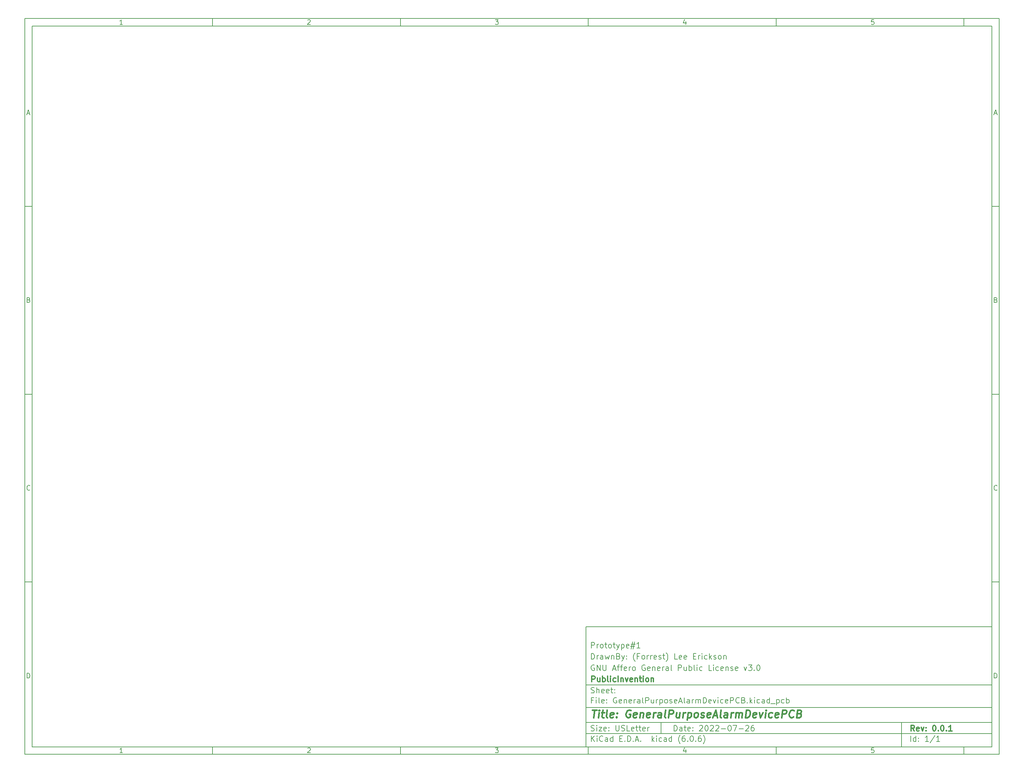
<source format=gbr>
%TF.GenerationSoftware,KiCad,Pcbnew,(6.0.6)*%
%TF.CreationDate,2022-08-04T15:50:23-04:00*%
%TF.ProjectId,GeneralPurposeAlarmDevicePCB,47656e65-7261-46c5-9075-72706f736541,0.0.1*%
%TF.SameCoordinates,Original*%
%TF.FileFunction,Paste,Bot*%
%TF.FilePolarity,Positive*%
%FSLAX46Y46*%
G04 Gerber Fmt 4.6, Leading zero omitted, Abs format (unit mm)*
G04 Created by KiCad (PCBNEW (6.0.6)) date 2022-08-04 15:50:23*
%MOMM*%
%LPD*%
G01*
G04 APERTURE LIST*
%ADD10C,0.100000*%
%ADD11C,0.150000*%
%ADD12C,0.300000*%
%ADD13C,0.400000*%
G04 APERTURE END LIST*
D10*
D11*
X159400000Y-171900000D02*
X159400000Y-203900000D01*
X267400000Y-203900000D01*
X267400000Y-171900000D01*
X159400000Y-171900000D01*
D10*
D11*
X10000000Y-10000000D02*
X10000000Y-205900000D01*
X269400000Y-205900000D01*
X269400000Y-10000000D01*
X10000000Y-10000000D01*
D10*
D11*
X12000000Y-12000000D02*
X12000000Y-203900000D01*
X267400000Y-203900000D01*
X267400000Y-12000000D01*
X12000000Y-12000000D01*
D10*
D11*
X60000000Y-12000000D02*
X60000000Y-10000000D01*
D10*
D11*
X110000000Y-12000000D02*
X110000000Y-10000000D01*
D10*
D11*
X160000000Y-12000000D02*
X160000000Y-10000000D01*
D10*
D11*
X210000000Y-12000000D02*
X210000000Y-10000000D01*
D10*
D11*
X260000000Y-12000000D02*
X260000000Y-10000000D01*
D10*
D11*
X36065476Y-11588095D02*
X35322619Y-11588095D01*
X35694047Y-11588095D02*
X35694047Y-10288095D01*
X35570238Y-10473809D01*
X35446428Y-10597619D01*
X35322619Y-10659523D01*
D10*
D11*
X85322619Y-10411904D02*
X85384523Y-10350000D01*
X85508333Y-10288095D01*
X85817857Y-10288095D01*
X85941666Y-10350000D01*
X86003571Y-10411904D01*
X86065476Y-10535714D01*
X86065476Y-10659523D01*
X86003571Y-10845238D01*
X85260714Y-11588095D01*
X86065476Y-11588095D01*
D10*
D11*
X135260714Y-10288095D02*
X136065476Y-10288095D01*
X135632142Y-10783333D01*
X135817857Y-10783333D01*
X135941666Y-10845238D01*
X136003571Y-10907142D01*
X136065476Y-11030952D01*
X136065476Y-11340476D01*
X136003571Y-11464285D01*
X135941666Y-11526190D01*
X135817857Y-11588095D01*
X135446428Y-11588095D01*
X135322619Y-11526190D01*
X135260714Y-11464285D01*
D10*
D11*
X185941666Y-10721428D02*
X185941666Y-11588095D01*
X185632142Y-10226190D02*
X185322619Y-11154761D01*
X186127380Y-11154761D01*
D10*
D11*
X236003571Y-10288095D02*
X235384523Y-10288095D01*
X235322619Y-10907142D01*
X235384523Y-10845238D01*
X235508333Y-10783333D01*
X235817857Y-10783333D01*
X235941666Y-10845238D01*
X236003571Y-10907142D01*
X236065476Y-11030952D01*
X236065476Y-11340476D01*
X236003571Y-11464285D01*
X235941666Y-11526190D01*
X235817857Y-11588095D01*
X235508333Y-11588095D01*
X235384523Y-11526190D01*
X235322619Y-11464285D01*
D10*
D11*
X60000000Y-203900000D02*
X60000000Y-205900000D01*
D10*
D11*
X110000000Y-203900000D02*
X110000000Y-205900000D01*
D10*
D11*
X160000000Y-203900000D02*
X160000000Y-205900000D01*
D10*
D11*
X210000000Y-203900000D02*
X210000000Y-205900000D01*
D10*
D11*
X260000000Y-203900000D02*
X260000000Y-205900000D01*
D10*
D11*
X36065476Y-205488095D02*
X35322619Y-205488095D01*
X35694047Y-205488095D02*
X35694047Y-204188095D01*
X35570238Y-204373809D01*
X35446428Y-204497619D01*
X35322619Y-204559523D01*
D10*
D11*
X85322619Y-204311904D02*
X85384523Y-204250000D01*
X85508333Y-204188095D01*
X85817857Y-204188095D01*
X85941666Y-204250000D01*
X86003571Y-204311904D01*
X86065476Y-204435714D01*
X86065476Y-204559523D01*
X86003571Y-204745238D01*
X85260714Y-205488095D01*
X86065476Y-205488095D01*
D10*
D11*
X135260714Y-204188095D02*
X136065476Y-204188095D01*
X135632142Y-204683333D01*
X135817857Y-204683333D01*
X135941666Y-204745238D01*
X136003571Y-204807142D01*
X136065476Y-204930952D01*
X136065476Y-205240476D01*
X136003571Y-205364285D01*
X135941666Y-205426190D01*
X135817857Y-205488095D01*
X135446428Y-205488095D01*
X135322619Y-205426190D01*
X135260714Y-205364285D01*
D10*
D11*
X185941666Y-204621428D02*
X185941666Y-205488095D01*
X185632142Y-204126190D02*
X185322619Y-205054761D01*
X186127380Y-205054761D01*
D10*
D11*
X236003571Y-204188095D02*
X235384523Y-204188095D01*
X235322619Y-204807142D01*
X235384523Y-204745238D01*
X235508333Y-204683333D01*
X235817857Y-204683333D01*
X235941666Y-204745238D01*
X236003571Y-204807142D01*
X236065476Y-204930952D01*
X236065476Y-205240476D01*
X236003571Y-205364285D01*
X235941666Y-205426190D01*
X235817857Y-205488095D01*
X235508333Y-205488095D01*
X235384523Y-205426190D01*
X235322619Y-205364285D01*
D10*
D11*
X10000000Y-60000000D02*
X12000000Y-60000000D01*
D10*
D11*
X10000000Y-110000000D02*
X12000000Y-110000000D01*
D10*
D11*
X10000000Y-160000000D02*
X12000000Y-160000000D01*
D10*
D11*
X10690476Y-35216666D02*
X11309523Y-35216666D01*
X10566666Y-35588095D02*
X11000000Y-34288095D01*
X11433333Y-35588095D01*
D10*
D11*
X11092857Y-84907142D02*
X11278571Y-84969047D01*
X11340476Y-85030952D01*
X11402380Y-85154761D01*
X11402380Y-85340476D01*
X11340476Y-85464285D01*
X11278571Y-85526190D01*
X11154761Y-85588095D01*
X10659523Y-85588095D01*
X10659523Y-84288095D01*
X11092857Y-84288095D01*
X11216666Y-84350000D01*
X11278571Y-84411904D01*
X11340476Y-84535714D01*
X11340476Y-84659523D01*
X11278571Y-84783333D01*
X11216666Y-84845238D01*
X11092857Y-84907142D01*
X10659523Y-84907142D01*
D10*
D11*
X11402380Y-135464285D02*
X11340476Y-135526190D01*
X11154761Y-135588095D01*
X11030952Y-135588095D01*
X10845238Y-135526190D01*
X10721428Y-135402380D01*
X10659523Y-135278571D01*
X10597619Y-135030952D01*
X10597619Y-134845238D01*
X10659523Y-134597619D01*
X10721428Y-134473809D01*
X10845238Y-134350000D01*
X11030952Y-134288095D01*
X11154761Y-134288095D01*
X11340476Y-134350000D01*
X11402380Y-134411904D01*
D10*
D11*
X10659523Y-185588095D02*
X10659523Y-184288095D01*
X10969047Y-184288095D01*
X11154761Y-184350000D01*
X11278571Y-184473809D01*
X11340476Y-184597619D01*
X11402380Y-184845238D01*
X11402380Y-185030952D01*
X11340476Y-185278571D01*
X11278571Y-185402380D01*
X11154761Y-185526190D01*
X10969047Y-185588095D01*
X10659523Y-185588095D01*
D10*
D11*
X269400000Y-60000000D02*
X267400000Y-60000000D01*
D10*
D11*
X269400000Y-110000000D02*
X267400000Y-110000000D01*
D10*
D11*
X269400000Y-160000000D02*
X267400000Y-160000000D01*
D10*
D11*
X268090476Y-35216666D02*
X268709523Y-35216666D01*
X267966666Y-35588095D02*
X268400000Y-34288095D01*
X268833333Y-35588095D01*
D10*
D11*
X268492857Y-84907142D02*
X268678571Y-84969047D01*
X268740476Y-85030952D01*
X268802380Y-85154761D01*
X268802380Y-85340476D01*
X268740476Y-85464285D01*
X268678571Y-85526190D01*
X268554761Y-85588095D01*
X268059523Y-85588095D01*
X268059523Y-84288095D01*
X268492857Y-84288095D01*
X268616666Y-84350000D01*
X268678571Y-84411904D01*
X268740476Y-84535714D01*
X268740476Y-84659523D01*
X268678571Y-84783333D01*
X268616666Y-84845238D01*
X268492857Y-84907142D01*
X268059523Y-84907142D01*
D10*
D11*
X268802380Y-135464285D02*
X268740476Y-135526190D01*
X268554761Y-135588095D01*
X268430952Y-135588095D01*
X268245238Y-135526190D01*
X268121428Y-135402380D01*
X268059523Y-135278571D01*
X267997619Y-135030952D01*
X267997619Y-134845238D01*
X268059523Y-134597619D01*
X268121428Y-134473809D01*
X268245238Y-134350000D01*
X268430952Y-134288095D01*
X268554761Y-134288095D01*
X268740476Y-134350000D01*
X268802380Y-134411904D01*
D10*
D11*
X268059523Y-185588095D02*
X268059523Y-184288095D01*
X268369047Y-184288095D01*
X268554761Y-184350000D01*
X268678571Y-184473809D01*
X268740476Y-184597619D01*
X268802380Y-184845238D01*
X268802380Y-185030952D01*
X268740476Y-185278571D01*
X268678571Y-185402380D01*
X268554761Y-185526190D01*
X268369047Y-185588095D01*
X268059523Y-185588095D01*
D10*
D11*
X182832142Y-199678571D02*
X182832142Y-198178571D01*
X183189285Y-198178571D01*
X183403571Y-198250000D01*
X183546428Y-198392857D01*
X183617857Y-198535714D01*
X183689285Y-198821428D01*
X183689285Y-199035714D01*
X183617857Y-199321428D01*
X183546428Y-199464285D01*
X183403571Y-199607142D01*
X183189285Y-199678571D01*
X182832142Y-199678571D01*
X184975000Y-199678571D02*
X184975000Y-198892857D01*
X184903571Y-198750000D01*
X184760714Y-198678571D01*
X184475000Y-198678571D01*
X184332142Y-198750000D01*
X184975000Y-199607142D02*
X184832142Y-199678571D01*
X184475000Y-199678571D01*
X184332142Y-199607142D01*
X184260714Y-199464285D01*
X184260714Y-199321428D01*
X184332142Y-199178571D01*
X184475000Y-199107142D01*
X184832142Y-199107142D01*
X184975000Y-199035714D01*
X185475000Y-198678571D02*
X186046428Y-198678571D01*
X185689285Y-198178571D02*
X185689285Y-199464285D01*
X185760714Y-199607142D01*
X185903571Y-199678571D01*
X186046428Y-199678571D01*
X187117857Y-199607142D02*
X186975000Y-199678571D01*
X186689285Y-199678571D01*
X186546428Y-199607142D01*
X186475000Y-199464285D01*
X186475000Y-198892857D01*
X186546428Y-198750000D01*
X186689285Y-198678571D01*
X186975000Y-198678571D01*
X187117857Y-198750000D01*
X187189285Y-198892857D01*
X187189285Y-199035714D01*
X186475000Y-199178571D01*
X187832142Y-199535714D02*
X187903571Y-199607142D01*
X187832142Y-199678571D01*
X187760714Y-199607142D01*
X187832142Y-199535714D01*
X187832142Y-199678571D01*
X187832142Y-198750000D02*
X187903571Y-198821428D01*
X187832142Y-198892857D01*
X187760714Y-198821428D01*
X187832142Y-198750000D01*
X187832142Y-198892857D01*
X189617857Y-198321428D02*
X189689285Y-198250000D01*
X189832142Y-198178571D01*
X190189285Y-198178571D01*
X190332142Y-198250000D01*
X190403571Y-198321428D01*
X190475000Y-198464285D01*
X190475000Y-198607142D01*
X190403571Y-198821428D01*
X189546428Y-199678571D01*
X190475000Y-199678571D01*
X191403571Y-198178571D02*
X191546428Y-198178571D01*
X191689285Y-198250000D01*
X191760714Y-198321428D01*
X191832142Y-198464285D01*
X191903571Y-198750000D01*
X191903571Y-199107142D01*
X191832142Y-199392857D01*
X191760714Y-199535714D01*
X191689285Y-199607142D01*
X191546428Y-199678571D01*
X191403571Y-199678571D01*
X191260714Y-199607142D01*
X191189285Y-199535714D01*
X191117857Y-199392857D01*
X191046428Y-199107142D01*
X191046428Y-198750000D01*
X191117857Y-198464285D01*
X191189285Y-198321428D01*
X191260714Y-198250000D01*
X191403571Y-198178571D01*
X192475000Y-198321428D02*
X192546428Y-198250000D01*
X192689285Y-198178571D01*
X193046428Y-198178571D01*
X193189285Y-198250000D01*
X193260714Y-198321428D01*
X193332142Y-198464285D01*
X193332142Y-198607142D01*
X193260714Y-198821428D01*
X192403571Y-199678571D01*
X193332142Y-199678571D01*
X193903571Y-198321428D02*
X193975000Y-198250000D01*
X194117857Y-198178571D01*
X194475000Y-198178571D01*
X194617857Y-198250000D01*
X194689285Y-198321428D01*
X194760714Y-198464285D01*
X194760714Y-198607142D01*
X194689285Y-198821428D01*
X193832142Y-199678571D01*
X194760714Y-199678571D01*
X195403571Y-199107142D02*
X196546428Y-199107142D01*
X197546428Y-198178571D02*
X197689285Y-198178571D01*
X197832142Y-198250000D01*
X197903571Y-198321428D01*
X197975000Y-198464285D01*
X198046428Y-198750000D01*
X198046428Y-199107142D01*
X197975000Y-199392857D01*
X197903571Y-199535714D01*
X197832142Y-199607142D01*
X197689285Y-199678571D01*
X197546428Y-199678571D01*
X197403571Y-199607142D01*
X197332142Y-199535714D01*
X197260714Y-199392857D01*
X197189285Y-199107142D01*
X197189285Y-198750000D01*
X197260714Y-198464285D01*
X197332142Y-198321428D01*
X197403571Y-198250000D01*
X197546428Y-198178571D01*
X198546428Y-198178571D02*
X199546428Y-198178571D01*
X198903571Y-199678571D01*
X200117857Y-199107142D02*
X201260714Y-199107142D01*
X201903571Y-198321428D02*
X201975000Y-198250000D01*
X202117857Y-198178571D01*
X202475000Y-198178571D01*
X202617857Y-198250000D01*
X202689285Y-198321428D01*
X202760714Y-198464285D01*
X202760714Y-198607142D01*
X202689285Y-198821428D01*
X201832142Y-199678571D01*
X202760714Y-199678571D01*
X204046428Y-198178571D02*
X203760714Y-198178571D01*
X203617857Y-198250000D01*
X203546428Y-198321428D01*
X203403571Y-198535714D01*
X203332142Y-198821428D01*
X203332142Y-199392857D01*
X203403571Y-199535714D01*
X203475000Y-199607142D01*
X203617857Y-199678571D01*
X203903571Y-199678571D01*
X204046428Y-199607142D01*
X204117857Y-199535714D01*
X204189285Y-199392857D01*
X204189285Y-199035714D01*
X204117857Y-198892857D01*
X204046428Y-198821428D01*
X203903571Y-198750000D01*
X203617857Y-198750000D01*
X203475000Y-198821428D01*
X203403571Y-198892857D01*
X203332142Y-199035714D01*
D10*
D11*
X159400000Y-200400000D02*
X267400000Y-200400000D01*
D10*
D11*
X160832142Y-202478571D02*
X160832142Y-200978571D01*
X161689285Y-202478571D02*
X161046428Y-201621428D01*
X161689285Y-200978571D02*
X160832142Y-201835714D01*
X162332142Y-202478571D02*
X162332142Y-201478571D01*
X162332142Y-200978571D02*
X162260714Y-201050000D01*
X162332142Y-201121428D01*
X162403571Y-201050000D01*
X162332142Y-200978571D01*
X162332142Y-201121428D01*
X163903571Y-202335714D02*
X163832142Y-202407142D01*
X163617857Y-202478571D01*
X163475000Y-202478571D01*
X163260714Y-202407142D01*
X163117857Y-202264285D01*
X163046428Y-202121428D01*
X162975000Y-201835714D01*
X162975000Y-201621428D01*
X163046428Y-201335714D01*
X163117857Y-201192857D01*
X163260714Y-201050000D01*
X163475000Y-200978571D01*
X163617857Y-200978571D01*
X163832142Y-201050000D01*
X163903571Y-201121428D01*
X165189285Y-202478571D02*
X165189285Y-201692857D01*
X165117857Y-201550000D01*
X164975000Y-201478571D01*
X164689285Y-201478571D01*
X164546428Y-201550000D01*
X165189285Y-202407142D02*
X165046428Y-202478571D01*
X164689285Y-202478571D01*
X164546428Y-202407142D01*
X164475000Y-202264285D01*
X164475000Y-202121428D01*
X164546428Y-201978571D01*
X164689285Y-201907142D01*
X165046428Y-201907142D01*
X165189285Y-201835714D01*
X166546428Y-202478571D02*
X166546428Y-200978571D01*
X166546428Y-202407142D02*
X166403571Y-202478571D01*
X166117857Y-202478571D01*
X165975000Y-202407142D01*
X165903571Y-202335714D01*
X165832142Y-202192857D01*
X165832142Y-201764285D01*
X165903571Y-201621428D01*
X165975000Y-201550000D01*
X166117857Y-201478571D01*
X166403571Y-201478571D01*
X166546428Y-201550000D01*
X168403571Y-201692857D02*
X168903571Y-201692857D01*
X169117857Y-202478571D02*
X168403571Y-202478571D01*
X168403571Y-200978571D01*
X169117857Y-200978571D01*
X169760714Y-202335714D02*
X169832142Y-202407142D01*
X169760714Y-202478571D01*
X169689285Y-202407142D01*
X169760714Y-202335714D01*
X169760714Y-202478571D01*
X170475000Y-202478571D02*
X170475000Y-200978571D01*
X170832142Y-200978571D01*
X171046428Y-201050000D01*
X171189285Y-201192857D01*
X171260714Y-201335714D01*
X171332142Y-201621428D01*
X171332142Y-201835714D01*
X171260714Y-202121428D01*
X171189285Y-202264285D01*
X171046428Y-202407142D01*
X170832142Y-202478571D01*
X170475000Y-202478571D01*
X171975000Y-202335714D02*
X172046428Y-202407142D01*
X171975000Y-202478571D01*
X171903571Y-202407142D01*
X171975000Y-202335714D01*
X171975000Y-202478571D01*
X172617857Y-202050000D02*
X173332142Y-202050000D01*
X172475000Y-202478571D02*
X172975000Y-200978571D01*
X173475000Y-202478571D01*
X173975000Y-202335714D02*
X174046428Y-202407142D01*
X173975000Y-202478571D01*
X173903571Y-202407142D01*
X173975000Y-202335714D01*
X173975000Y-202478571D01*
X176975000Y-202478571D02*
X176975000Y-200978571D01*
X177117857Y-201907142D02*
X177546428Y-202478571D01*
X177546428Y-201478571D02*
X176975000Y-202050000D01*
X178189285Y-202478571D02*
X178189285Y-201478571D01*
X178189285Y-200978571D02*
X178117857Y-201050000D01*
X178189285Y-201121428D01*
X178260714Y-201050000D01*
X178189285Y-200978571D01*
X178189285Y-201121428D01*
X179546428Y-202407142D02*
X179403571Y-202478571D01*
X179117857Y-202478571D01*
X178975000Y-202407142D01*
X178903571Y-202335714D01*
X178832142Y-202192857D01*
X178832142Y-201764285D01*
X178903571Y-201621428D01*
X178975000Y-201550000D01*
X179117857Y-201478571D01*
X179403571Y-201478571D01*
X179546428Y-201550000D01*
X180832142Y-202478571D02*
X180832142Y-201692857D01*
X180760714Y-201550000D01*
X180617857Y-201478571D01*
X180332142Y-201478571D01*
X180189285Y-201550000D01*
X180832142Y-202407142D02*
X180689285Y-202478571D01*
X180332142Y-202478571D01*
X180189285Y-202407142D01*
X180117857Y-202264285D01*
X180117857Y-202121428D01*
X180189285Y-201978571D01*
X180332142Y-201907142D01*
X180689285Y-201907142D01*
X180832142Y-201835714D01*
X182189285Y-202478571D02*
X182189285Y-200978571D01*
X182189285Y-202407142D02*
X182046428Y-202478571D01*
X181760714Y-202478571D01*
X181617857Y-202407142D01*
X181546428Y-202335714D01*
X181475000Y-202192857D01*
X181475000Y-201764285D01*
X181546428Y-201621428D01*
X181617857Y-201550000D01*
X181760714Y-201478571D01*
X182046428Y-201478571D01*
X182189285Y-201550000D01*
X184475000Y-203050000D02*
X184403571Y-202978571D01*
X184260714Y-202764285D01*
X184189285Y-202621428D01*
X184117857Y-202407142D01*
X184046428Y-202050000D01*
X184046428Y-201764285D01*
X184117857Y-201407142D01*
X184189285Y-201192857D01*
X184260714Y-201050000D01*
X184403571Y-200835714D01*
X184475000Y-200764285D01*
X185689285Y-200978571D02*
X185403571Y-200978571D01*
X185260714Y-201050000D01*
X185189285Y-201121428D01*
X185046428Y-201335714D01*
X184975000Y-201621428D01*
X184975000Y-202192857D01*
X185046428Y-202335714D01*
X185117857Y-202407142D01*
X185260714Y-202478571D01*
X185546428Y-202478571D01*
X185689285Y-202407142D01*
X185760714Y-202335714D01*
X185832142Y-202192857D01*
X185832142Y-201835714D01*
X185760714Y-201692857D01*
X185689285Y-201621428D01*
X185546428Y-201550000D01*
X185260714Y-201550000D01*
X185117857Y-201621428D01*
X185046428Y-201692857D01*
X184975000Y-201835714D01*
X186475000Y-202335714D02*
X186546428Y-202407142D01*
X186475000Y-202478571D01*
X186403571Y-202407142D01*
X186475000Y-202335714D01*
X186475000Y-202478571D01*
X187475000Y-200978571D02*
X187617857Y-200978571D01*
X187760714Y-201050000D01*
X187832142Y-201121428D01*
X187903571Y-201264285D01*
X187975000Y-201550000D01*
X187975000Y-201907142D01*
X187903571Y-202192857D01*
X187832142Y-202335714D01*
X187760714Y-202407142D01*
X187617857Y-202478571D01*
X187475000Y-202478571D01*
X187332142Y-202407142D01*
X187260714Y-202335714D01*
X187189285Y-202192857D01*
X187117857Y-201907142D01*
X187117857Y-201550000D01*
X187189285Y-201264285D01*
X187260714Y-201121428D01*
X187332142Y-201050000D01*
X187475000Y-200978571D01*
X188617857Y-202335714D02*
X188689285Y-202407142D01*
X188617857Y-202478571D01*
X188546428Y-202407142D01*
X188617857Y-202335714D01*
X188617857Y-202478571D01*
X189975000Y-200978571D02*
X189689285Y-200978571D01*
X189546428Y-201050000D01*
X189475000Y-201121428D01*
X189332142Y-201335714D01*
X189260714Y-201621428D01*
X189260714Y-202192857D01*
X189332142Y-202335714D01*
X189403571Y-202407142D01*
X189546428Y-202478571D01*
X189832142Y-202478571D01*
X189975000Y-202407142D01*
X190046428Y-202335714D01*
X190117857Y-202192857D01*
X190117857Y-201835714D01*
X190046428Y-201692857D01*
X189975000Y-201621428D01*
X189832142Y-201550000D01*
X189546428Y-201550000D01*
X189403571Y-201621428D01*
X189332142Y-201692857D01*
X189260714Y-201835714D01*
X190617857Y-203050000D02*
X190689285Y-202978571D01*
X190832142Y-202764285D01*
X190903571Y-202621428D01*
X190975000Y-202407142D01*
X191046428Y-202050000D01*
X191046428Y-201764285D01*
X190975000Y-201407142D01*
X190903571Y-201192857D01*
X190832142Y-201050000D01*
X190689285Y-200835714D01*
X190617857Y-200764285D01*
D10*
D11*
X159400000Y-197400000D02*
X267400000Y-197400000D01*
D10*
D12*
X246809285Y-199678571D02*
X246309285Y-198964285D01*
X245952142Y-199678571D02*
X245952142Y-198178571D01*
X246523571Y-198178571D01*
X246666428Y-198250000D01*
X246737857Y-198321428D01*
X246809285Y-198464285D01*
X246809285Y-198678571D01*
X246737857Y-198821428D01*
X246666428Y-198892857D01*
X246523571Y-198964285D01*
X245952142Y-198964285D01*
X248023571Y-199607142D02*
X247880714Y-199678571D01*
X247595000Y-199678571D01*
X247452142Y-199607142D01*
X247380714Y-199464285D01*
X247380714Y-198892857D01*
X247452142Y-198750000D01*
X247595000Y-198678571D01*
X247880714Y-198678571D01*
X248023571Y-198750000D01*
X248095000Y-198892857D01*
X248095000Y-199035714D01*
X247380714Y-199178571D01*
X248595000Y-198678571D02*
X248952142Y-199678571D01*
X249309285Y-198678571D01*
X249880714Y-199535714D02*
X249952142Y-199607142D01*
X249880714Y-199678571D01*
X249809285Y-199607142D01*
X249880714Y-199535714D01*
X249880714Y-199678571D01*
X249880714Y-198750000D02*
X249952142Y-198821428D01*
X249880714Y-198892857D01*
X249809285Y-198821428D01*
X249880714Y-198750000D01*
X249880714Y-198892857D01*
X252023571Y-198178571D02*
X252166428Y-198178571D01*
X252309285Y-198250000D01*
X252380714Y-198321428D01*
X252452142Y-198464285D01*
X252523571Y-198750000D01*
X252523571Y-199107142D01*
X252452142Y-199392857D01*
X252380714Y-199535714D01*
X252309285Y-199607142D01*
X252166428Y-199678571D01*
X252023571Y-199678571D01*
X251880714Y-199607142D01*
X251809285Y-199535714D01*
X251737857Y-199392857D01*
X251666428Y-199107142D01*
X251666428Y-198750000D01*
X251737857Y-198464285D01*
X251809285Y-198321428D01*
X251880714Y-198250000D01*
X252023571Y-198178571D01*
X253166428Y-199535714D02*
X253237857Y-199607142D01*
X253166428Y-199678571D01*
X253095000Y-199607142D01*
X253166428Y-199535714D01*
X253166428Y-199678571D01*
X254166428Y-198178571D02*
X254309285Y-198178571D01*
X254452142Y-198250000D01*
X254523571Y-198321428D01*
X254595000Y-198464285D01*
X254666428Y-198750000D01*
X254666428Y-199107142D01*
X254595000Y-199392857D01*
X254523571Y-199535714D01*
X254452142Y-199607142D01*
X254309285Y-199678571D01*
X254166428Y-199678571D01*
X254023571Y-199607142D01*
X253952142Y-199535714D01*
X253880714Y-199392857D01*
X253809285Y-199107142D01*
X253809285Y-198750000D01*
X253880714Y-198464285D01*
X253952142Y-198321428D01*
X254023571Y-198250000D01*
X254166428Y-198178571D01*
X255309285Y-199535714D02*
X255380714Y-199607142D01*
X255309285Y-199678571D01*
X255237857Y-199607142D01*
X255309285Y-199535714D01*
X255309285Y-199678571D01*
X256809285Y-199678571D02*
X255952142Y-199678571D01*
X256380714Y-199678571D02*
X256380714Y-198178571D01*
X256237857Y-198392857D01*
X256095000Y-198535714D01*
X255952142Y-198607142D01*
D10*
D11*
X160760714Y-199607142D02*
X160975000Y-199678571D01*
X161332142Y-199678571D01*
X161475000Y-199607142D01*
X161546428Y-199535714D01*
X161617857Y-199392857D01*
X161617857Y-199250000D01*
X161546428Y-199107142D01*
X161475000Y-199035714D01*
X161332142Y-198964285D01*
X161046428Y-198892857D01*
X160903571Y-198821428D01*
X160832142Y-198750000D01*
X160760714Y-198607142D01*
X160760714Y-198464285D01*
X160832142Y-198321428D01*
X160903571Y-198250000D01*
X161046428Y-198178571D01*
X161403571Y-198178571D01*
X161617857Y-198250000D01*
X162260714Y-199678571D02*
X162260714Y-198678571D01*
X162260714Y-198178571D02*
X162189285Y-198250000D01*
X162260714Y-198321428D01*
X162332142Y-198250000D01*
X162260714Y-198178571D01*
X162260714Y-198321428D01*
X162832142Y-198678571D02*
X163617857Y-198678571D01*
X162832142Y-199678571D01*
X163617857Y-199678571D01*
X164760714Y-199607142D02*
X164617857Y-199678571D01*
X164332142Y-199678571D01*
X164189285Y-199607142D01*
X164117857Y-199464285D01*
X164117857Y-198892857D01*
X164189285Y-198750000D01*
X164332142Y-198678571D01*
X164617857Y-198678571D01*
X164760714Y-198750000D01*
X164832142Y-198892857D01*
X164832142Y-199035714D01*
X164117857Y-199178571D01*
X165475000Y-199535714D02*
X165546428Y-199607142D01*
X165475000Y-199678571D01*
X165403571Y-199607142D01*
X165475000Y-199535714D01*
X165475000Y-199678571D01*
X165475000Y-198750000D02*
X165546428Y-198821428D01*
X165475000Y-198892857D01*
X165403571Y-198821428D01*
X165475000Y-198750000D01*
X165475000Y-198892857D01*
X167332142Y-198178571D02*
X167332142Y-199392857D01*
X167403571Y-199535714D01*
X167475000Y-199607142D01*
X167617857Y-199678571D01*
X167903571Y-199678571D01*
X168046428Y-199607142D01*
X168117857Y-199535714D01*
X168189285Y-199392857D01*
X168189285Y-198178571D01*
X168832142Y-199607142D02*
X169046428Y-199678571D01*
X169403571Y-199678571D01*
X169546428Y-199607142D01*
X169617857Y-199535714D01*
X169689285Y-199392857D01*
X169689285Y-199250000D01*
X169617857Y-199107142D01*
X169546428Y-199035714D01*
X169403571Y-198964285D01*
X169117857Y-198892857D01*
X168975000Y-198821428D01*
X168903571Y-198750000D01*
X168832142Y-198607142D01*
X168832142Y-198464285D01*
X168903571Y-198321428D01*
X168975000Y-198250000D01*
X169117857Y-198178571D01*
X169475000Y-198178571D01*
X169689285Y-198250000D01*
X171046428Y-199678571D02*
X170332142Y-199678571D01*
X170332142Y-198178571D01*
X172117857Y-199607142D02*
X171975000Y-199678571D01*
X171689285Y-199678571D01*
X171546428Y-199607142D01*
X171475000Y-199464285D01*
X171475000Y-198892857D01*
X171546428Y-198750000D01*
X171689285Y-198678571D01*
X171975000Y-198678571D01*
X172117857Y-198750000D01*
X172189285Y-198892857D01*
X172189285Y-199035714D01*
X171475000Y-199178571D01*
X172617857Y-198678571D02*
X173189285Y-198678571D01*
X172832142Y-198178571D02*
X172832142Y-199464285D01*
X172903571Y-199607142D01*
X173046428Y-199678571D01*
X173189285Y-199678571D01*
X173475000Y-198678571D02*
X174046428Y-198678571D01*
X173689285Y-198178571D02*
X173689285Y-199464285D01*
X173760714Y-199607142D01*
X173903571Y-199678571D01*
X174046428Y-199678571D01*
X175117857Y-199607142D02*
X174975000Y-199678571D01*
X174689285Y-199678571D01*
X174546428Y-199607142D01*
X174475000Y-199464285D01*
X174475000Y-198892857D01*
X174546428Y-198750000D01*
X174689285Y-198678571D01*
X174975000Y-198678571D01*
X175117857Y-198750000D01*
X175189285Y-198892857D01*
X175189285Y-199035714D01*
X174475000Y-199178571D01*
X175832142Y-199678571D02*
X175832142Y-198678571D01*
X175832142Y-198964285D02*
X175903571Y-198821428D01*
X175975000Y-198750000D01*
X176117857Y-198678571D01*
X176260714Y-198678571D01*
D10*
D11*
X245832142Y-202478571D02*
X245832142Y-200978571D01*
X247189285Y-202478571D02*
X247189285Y-200978571D01*
X247189285Y-202407142D02*
X247046428Y-202478571D01*
X246760714Y-202478571D01*
X246617857Y-202407142D01*
X246546428Y-202335714D01*
X246475000Y-202192857D01*
X246475000Y-201764285D01*
X246546428Y-201621428D01*
X246617857Y-201550000D01*
X246760714Y-201478571D01*
X247046428Y-201478571D01*
X247189285Y-201550000D01*
X247903571Y-202335714D02*
X247975000Y-202407142D01*
X247903571Y-202478571D01*
X247832142Y-202407142D01*
X247903571Y-202335714D01*
X247903571Y-202478571D01*
X247903571Y-201550000D02*
X247975000Y-201621428D01*
X247903571Y-201692857D01*
X247832142Y-201621428D01*
X247903571Y-201550000D01*
X247903571Y-201692857D01*
X250546428Y-202478571D02*
X249689285Y-202478571D01*
X250117857Y-202478571D02*
X250117857Y-200978571D01*
X249975000Y-201192857D01*
X249832142Y-201335714D01*
X249689285Y-201407142D01*
X252260714Y-200907142D02*
X250975000Y-202835714D01*
X253546428Y-202478571D02*
X252689285Y-202478571D01*
X253117857Y-202478571D02*
X253117857Y-200978571D01*
X252975000Y-201192857D01*
X252832142Y-201335714D01*
X252689285Y-201407142D01*
D10*
D11*
X159400000Y-193400000D02*
X267400000Y-193400000D01*
D10*
D13*
X161112380Y-194104761D02*
X162255238Y-194104761D01*
X161433809Y-196104761D02*
X161683809Y-194104761D01*
X162671904Y-196104761D02*
X162838571Y-194771428D01*
X162921904Y-194104761D02*
X162814761Y-194200000D01*
X162898095Y-194295238D01*
X163005238Y-194200000D01*
X162921904Y-194104761D01*
X162898095Y-194295238D01*
X163505238Y-194771428D02*
X164267142Y-194771428D01*
X163874285Y-194104761D02*
X163660000Y-195819047D01*
X163731428Y-196009523D01*
X163910000Y-196104761D01*
X164100476Y-196104761D01*
X165052857Y-196104761D02*
X164874285Y-196009523D01*
X164802857Y-195819047D01*
X165017142Y-194104761D01*
X166588571Y-196009523D02*
X166386190Y-196104761D01*
X166005238Y-196104761D01*
X165826666Y-196009523D01*
X165755238Y-195819047D01*
X165850476Y-195057142D01*
X165969523Y-194866666D01*
X166171904Y-194771428D01*
X166552857Y-194771428D01*
X166731428Y-194866666D01*
X166802857Y-195057142D01*
X166779047Y-195247619D01*
X165802857Y-195438095D01*
X167552857Y-195914285D02*
X167636190Y-196009523D01*
X167529047Y-196104761D01*
X167445714Y-196009523D01*
X167552857Y-195914285D01*
X167529047Y-196104761D01*
X167683809Y-194866666D02*
X167767142Y-194961904D01*
X167660000Y-195057142D01*
X167576666Y-194961904D01*
X167683809Y-194866666D01*
X167660000Y-195057142D01*
X171290952Y-194200000D02*
X171112380Y-194104761D01*
X170826666Y-194104761D01*
X170529047Y-194200000D01*
X170314761Y-194390476D01*
X170195714Y-194580952D01*
X170052857Y-194961904D01*
X170017142Y-195247619D01*
X170064761Y-195628571D01*
X170136190Y-195819047D01*
X170302857Y-196009523D01*
X170576666Y-196104761D01*
X170767142Y-196104761D01*
X171064761Y-196009523D01*
X171171904Y-195914285D01*
X171255238Y-195247619D01*
X170874285Y-195247619D01*
X172779047Y-196009523D02*
X172576666Y-196104761D01*
X172195714Y-196104761D01*
X172017142Y-196009523D01*
X171945714Y-195819047D01*
X172040952Y-195057142D01*
X172160000Y-194866666D01*
X172362380Y-194771428D01*
X172743333Y-194771428D01*
X172921904Y-194866666D01*
X172993333Y-195057142D01*
X172969523Y-195247619D01*
X171993333Y-195438095D01*
X173886190Y-194771428D02*
X173719523Y-196104761D01*
X173862380Y-194961904D02*
X173969523Y-194866666D01*
X174171904Y-194771428D01*
X174457619Y-194771428D01*
X174636190Y-194866666D01*
X174707619Y-195057142D01*
X174576666Y-196104761D01*
X176302857Y-196009523D02*
X176100476Y-196104761D01*
X175719523Y-196104761D01*
X175540952Y-196009523D01*
X175469523Y-195819047D01*
X175564761Y-195057142D01*
X175683809Y-194866666D01*
X175886190Y-194771428D01*
X176267142Y-194771428D01*
X176445714Y-194866666D01*
X176517142Y-195057142D01*
X176493333Y-195247619D01*
X175517142Y-195438095D01*
X177243333Y-196104761D02*
X177410000Y-194771428D01*
X177362380Y-195152380D02*
X177481428Y-194961904D01*
X177588571Y-194866666D01*
X177790952Y-194771428D01*
X177981428Y-194771428D01*
X179338571Y-196104761D02*
X179469523Y-195057142D01*
X179398095Y-194866666D01*
X179219523Y-194771428D01*
X178838571Y-194771428D01*
X178636190Y-194866666D01*
X179350476Y-196009523D02*
X179148095Y-196104761D01*
X178671904Y-196104761D01*
X178493333Y-196009523D01*
X178421904Y-195819047D01*
X178445714Y-195628571D01*
X178564761Y-195438095D01*
X178767142Y-195342857D01*
X179243333Y-195342857D01*
X179445714Y-195247619D01*
X180576666Y-196104761D02*
X180398095Y-196009523D01*
X180326666Y-195819047D01*
X180540952Y-194104761D01*
X181338571Y-196104761D02*
X181588571Y-194104761D01*
X182350476Y-194104761D01*
X182529047Y-194200000D01*
X182612380Y-194295238D01*
X182683809Y-194485714D01*
X182648095Y-194771428D01*
X182529047Y-194961904D01*
X182421904Y-195057142D01*
X182219523Y-195152380D01*
X181457619Y-195152380D01*
X184362380Y-194771428D02*
X184195714Y-196104761D01*
X183505238Y-194771428D02*
X183374285Y-195819047D01*
X183445714Y-196009523D01*
X183624285Y-196104761D01*
X183910000Y-196104761D01*
X184112380Y-196009523D01*
X184219523Y-195914285D01*
X185148095Y-196104761D02*
X185314761Y-194771428D01*
X185267142Y-195152380D02*
X185386190Y-194961904D01*
X185493333Y-194866666D01*
X185695714Y-194771428D01*
X185886190Y-194771428D01*
X186552857Y-194771428D02*
X186302857Y-196771428D01*
X186540952Y-194866666D02*
X186743333Y-194771428D01*
X187124285Y-194771428D01*
X187302857Y-194866666D01*
X187386190Y-194961904D01*
X187457619Y-195152380D01*
X187386190Y-195723809D01*
X187267142Y-195914285D01*
X187160000Y-196009523D01*
X186957619Y-196104761D01*
X186576666Y-196104761D01*
X186398095Y-196009523D01*
X188481428Y-196104761D02*
X188302857Y-196009523D01*
X188219523Y-195914285D01*
X188148095Y-195723809D01*
X188219523Y-195152380D01*
X188338571Y-194961904D01*
X188445714Y-194866666D01*
X188648095Y-194771428D01*
X188933809Y-194771428D01*
X189112380Y-194866666D01*
X189195714Y-194961904D01*
X189267142Y-195152380D01*
X189195714Y-195723809D01*
X189076666Y-195914285D01*
X188969523Y-196009523D01*
X188767142Y-196104761D01*
X188481428Y-196104761D01*
X189921904Y-196009523D02*
X190100476Y-196104761D01*
X190481428Y-196104761D01*
X190683809Y-196009523D01*
X190802857Y-195819047D01*
X190814761Y-195723809D01*
X190743333Y-195533333D01*
X190564761Y-195438095D01*
X190279047Y-195438095D01*
X190100476Y-195342857D01*
X190029047Y-195152380D01*
X190040952Y-195057142D01*
X190160000Y-194866666D01*
X190362380Y-194771428D01*
X190648095Y-194771428D01*
X190826666Y-194866666D01*
X192398095Y-196009523D02*
X192195714Y-196104761D01*
X191814761Y-196104761D01*
X191636190Y-196009523D01*
X191564761Y-195819047D01*
X191660000Y-195057142D01*
X191779047Y-194866666D01*
X191981428Y-194771428D01*
X192362380Y-194771428D01*
X192540952Y-194866666D01*
X192612380Y-195057142D01*
X192588571Y-195247619D01*
X191612380Y-195438095D01*
X193314761Y-195533333D02*
X194267142Y-195533333D01*
X193052857Y-196104761D02*
X193969523Y-194104761D01*
X194386190Y-196104761D01*
X195338571Y-196104761D02*
X195160000Y-196009523D01*
X195088571Y-195819047D01*
X195302857Y-194104761D01*
X196957619Y-196104761D02*
X197088571Y-195057142D01*
X197017142Y-194866666D01*
X196838571Y-194771428D01*
X196457619Y-194771428D01*
X196255238Y-194866666D01*
X196969523Y-196009523D02*
X196767142Y-196104761D01*
X196290952Y-196104761D01*
X196112380Y-196009523D01*
X196040952Y-195819047D01*
X196064761Y-195628571D01*
X196183809Y-195438095D01*
X196386190Y-195342857D01*
X196862380Y-195342857D01*
X197064761Y-195247619D01*
X197910000Y-196104761D02*
X198076666Y-194771428D01*
X198029047Y-195152380D02*
X198148095Y-194961904D01*
X198255238Y-194866666D01*
X198457619Y-194771428D01*
X198648095Y-194771428D01*
X199148095Y-196104761D02*
X199314761Y-194771428D01*
X199290952Y-194961904D02*
X199398095Y-194866666D01*
X199600476Y-194771428D01*
X199886190Y-194771428D01*
X200064761Y-194866666D01*
X200136190Y-195057142D01*
X200005238Y-196104761D01*
X200136190Y-195057142D02*
X200255238Y-194866666D01*
X200457619Y-194771428D01*
X200743333Y-194771428D01*
X200921904Y-194866666D01*
X200993333Y-195057142D01*
X200862380Y-196104761D01*
X201814761Y-196104761D02*
X202064761Y-194104761D01*
X202540952Y-194104761D01*
X202814761Y-194200000D01*
X202981428Y-194390476D01*
X203052857Y-194580952D01*
X203100476Y-194961904D01*
X203064761Y-195247619D01*
X202921904Y-195628571D01*
X202802857Y-195819047D01*
X202588571Y-196009523D01*
X202290952Y-196104761D01*
X201814761Y-196104761D01*
X204588571Y-196009523D02*
X204386190Y-196104761D01*
X204005238Y-196104761D01*
X203826666Y-196009523D01*
X203755238Y-195819047D01*
X203850476Y-195057142D01*
X203969523Y-194866666D01*
X204171904Y-194771428D01*
X204552857Y-194771428D01*
X204731428Y-194866666D01*
X204802857Y-195057142D01*
X204779047Y-195247619D01*
X203802857Y-195438095D01*
X205505238Y-194771428D02*
X205814761Y-196104761D01*
X206457619Y-194771428D01*
X207052857Y-196104761D02*
X207219523Y-194771428D01*
X207302857Y-194104761D02*
X207195714Y-194200000D01*
X207279047Y-194295238D01*
X207386190Y-194200000D01*
X207302857Y-194104761D01*
X207279047Y-194295238D01*
X208874285Y-196009523D02*
X208671904Y-196104761D01*
X208290952Y-196104761D01*
X208112380Y-196009523D01*
X208029047Y-195914285D01*
X207957619Y-195723809D01*
X208029047Y-195152380D01*
X208148095Y-194961904D01*
X208255238Y-194866666D01*
X208457619Y-194771428D01*
X208838571Y-194771428D01*
X209017142Y-194866666D01*
X210493333Y-196009523D02*
X210290952Y-196104761D01*
X209910000Y-196104761D01*
X209731428Y-196009523D01*
X209660000Y-195819047D01*
X209755238Y-195057142D01*
X209874285Y-194866666D01*
X210076666Y-194771428D01*
X210457619Y-194771428D01*
X210636190Y-194866666D01*
X210707619Y-195057142D01*
X210683809Y-195247619D01*
X209707619Y-195438095D01*
X211433809Y-196104761D02*
X211683809Y-194104761D01*
X212445714Y-194104761D01*
X212624285Y-194200000D01*
X212707619Y-194295238D01*
X212779047Y-194485714D01*
X212743333Y-194771428D01*
X212624285Y-194961904D01*
X212517142Y-195057142D01*
X212314761Y-195152380D01*
X211552857Y-195152380D01*
X214600476Y-195914285D02*
X214493333Y-196009523D01*
X214195714Y-196104761D01*
X214005238Y-196104761D01*
X213731428Y-196009523D01*
X213564761Y-195819047D01*
X213493333Y-195628571D01*
X213445714Y-195247619D01*
X213481428Y-194961904D01*
X213624285Y-194580952D01*
X213743333Y-194390476D01*
X213957619Y-194200000D01*
X214255238Y-194104761D01*
X214445714Y-194104761D01*
X214719523Y-194200000D01*
X214802857Y-194295238D01*
X216231428Y-195057142D02*
X216505238Y-195152380D01*
X216588571Y-195247619D01*
X216660000Y-195438095D01*
X216624285Y-195723809D01*
X216505238Y-195914285D01*
X216398095Y-196009523D01*
X216195714Y-196104761D01*
X215433809Y-196104761D01*
X215683809Y-194104761D01*
X216350476Y-194104761D01*
X216529047Y-194200000D01*
X216612380Y-194295238D01*
X216683809Y-194485714D01*
X216660000Y-194676190D01*
X216540952Y-194866666D01*
X216433809Y-194961904D01*
X216231428Y-195057142D01*
X215564761Y-195057142D01*
D10*
D11*
X161332142Y-191492857D02*
X160832142Y-191492857D01*
X160832142Y-192278571D02*
X160832142Y-190778571D01*
X161546428Y-190778571D01*
X162117857Y-192278571D02*
X162117857Y-191278571D01*
X162117857Y-190778571D02*
X162046428Y-190850000D01*
X162117857Y-190921428D01*
X162189285Y-190850000D01*
X162117857Y-190778571D01*
X162117857Y-190921428D01*
X163046428Y-192278571D02*
X162903571Y-192207142D01*
X162832142Y-192064285D01*
X162832142Y-190778571D01*
X164189285Y-192207142D02*
X164046428Y-192278571D01*
X163760714Y-192278571D01*
X163617857Y-192207142D01*
X163546428Y-192064285D01*
X163546428Y-191492857D01*
X163617857Y-191350000D01*
X163760714Y-191278571D01*
X164046428Y-191278571D01*
X164189285Y-191350000D01*
X164260714Y-191492857D01*
X164260714Y-191635714D01*
X163546428Y-191778571D01*
X164903571Y-192135714D02*
X164975000Y-192207142D01*
X164903571Y-192278571D01*
X164832142Y-192207142D01*
X164903571Y-192135714D01*
X164903571Y-192278571D01*
X164903571Y-191350000D02*
X164975000Y-191421428D01*
X164903571Y-191492857D01*
X164832142Y-191421428D01*
X164903571Y-191350000D01*
X164903571Y-191492857D01*
X167546428Y-190850000D02*
X167403571Y-190778571D01*
X167189285Y-190778571D01*
X166975000Y-190850000D01*
X166832142Y-190992857D01*
X166760714Y-191135714D01*
X166689285Y-191421428D01*
X166689285Y-191635714D01*
X166760714Y-191921428D01*
X166832142Y-192064285D01*
X166975000Y-192207142D01*
X167189285Y-192278571D01*
X167332142Y-192278571D01*
X167546428Y-192207142D01*
X167617857Y-192135714D01*
X167617857Y-191635714D01*
X167332142Y-191635714D01*
X168832142Y-192207142D02*
X168689285Y-192278571D01*
X168403571Y-192278571D01*
X168260714Y-192207142D01*
X168189285Y-192064285D01*
X168189285Y-191492857D01*
X168260714Y-191350000D01*
X168403571Y-191278571D01*
X168689285Y-191278571D01*
X168832142Y-191350000D01*
X168903571Y-191492857D01*
X168903571Y-191635714D01*
X168189285Y-191778571D01*
X169546428Y-191278571D02*
X169546428Y-192278571D01*
X169546428Y-191421428D02*
X169617857Y-191350000D01*
X169760714Y-191278571D01*
X169975000Y-191278571D01*
X170117857Y-191350000D01*
X170189285Y-191492857D01*
X170189285Y-192278571D01*
X171475000Y-192207142D02*
X171332142Y-192278571D01*
X171046428Y-192278571D01*
X170903571Y-192207142D01*
X170832142Y-192064285D01*
X170832142Y-191492857D01*
X170903571Y-191350000D01*
X171046428Y-191278571D01*
X171332142Y-191278571D01*
X171475000Y-191350000D01*
X171546428Y-191492857D01*
X171546428Y-191635714D01*
X170832142Y-191778571D01*
X172189285Y-192278571D02*
X172189285Y-191278571D01*
X172189285Y-191564285D02*
X172260714Y-191421428D01*
X172332142Y-191350000D01*
X172475000Y-191278571D01*
X172617857Y-191278571D01*
X173760714Y-192278571D02*
X173760714Y-191492857D01*
X173689285Y-191350000D01*
X173546428Y-191278571D01*
X173260714Y-191278571D01*
X173117857Y-191350000D01*
X173760714Y-192207142D02*
X173617857Y-192278571D01*
X173260714Y-192278571D01*
X173117857Y-192207142D01*
X173046428Y-192064285D01*
X173046428Y-191921428D01*
X173117857Y-191778571D01*
X173260714Y-191707142D01*
X173617857Y-191707142D01*
X173760714Y-191635714D01*
X174689285Y-192278571D02*
X174546428Y-192207142D01*
X174475000Y-192064285D01*
X174475000Y-190778571D01*
X175260714Y-192278571D02*
X175260714Y-190778571D01*
X175832142Y-190778571D01*
X175975000Y-190850000D01*
X176046428Y-190921428D01*
X176117857Y-191064285D01*
X176117857Y-191278571D01*
X176046428Y-191421428D01*
X175975000Y-191492857D01*
X175832142Y-191564285D01*
X175260714Y-191564285D01*
X177403571Y-191278571D02*
X177403571Y-192278571D01*
X176760714Y-191278571D02*
X176760714Y-192064285D01*
X176832142Y-192207142D01*
X176975000Y-192278571D01*
X177189285Y-192278571D01*
X177332142Y-192207142D01*
X177403571Y-192135714D01*
X178117857Y-192278571D02*
X178117857Y-191278571D01*
X178117857Y-191564285D02*
X178189285Y-191421428D01*
X178260714Y-191350000D01*
X178403571Y-191278571D01*
X178546428Y-191278571D01*
X179046428Y-191278571D02*
X179046428Y-192778571D01*
X179046428Y-191350000D02*
X179189285Y-191278571D01*
X179475000Y-191278571D01*
X179617857Y-191350000D01*
X179689285Y-191421428D01*
X179760714Y-191564285D01*
X179760714Y-191992857D01*
X179689285Y-192135714D01*
X179617857Y-192207142D01*
X179475000Y-192278571D01*
X179189285Y-192278571D01*
X179046428Y-192207142D01*
X180617857Y-192278571D02*
X180475000Y-192207142D01*
X180403571Y-192135714D01*
X180332142Y-191992857D01*
X180332142Y-191564285D01*
X180403571Y-191421428D01*
X180475000Y-191350000D01*
X180617857Y-191278571D01*
X180832142Y-191278571D01*
X180975000Y-191350000D01*
X181046428Y-191421428D01*
X181117857Y-191564285D01*
X181117857Y-191992857D01*
X181046428Y-192135714D01*
X180975000Y-192207142D01*
X180832142Y-192278571D01*
X180617857Y-192278571D01*
X181689285Y-192207142D02*
X181832142Y-192278571D01*
X182117857Y-192278571D01*
X182260714Y-192207142D01*
X182332142Y-192064285D01*
X182332142Y-191992857D01*
X182260714Y-191850000D01*
X182117857Y-191778571D01*
X181903571Y-191778571D01*
X181760714Y-191707142D01*
X181689285Y-191564285D01*
X181689285Y-191492857D01*
X181760714Y-191350000D01*
X181903571Y-191278571D01*
X182117857Y-191278571D01*
X182260714Y-191350000D01*
X183546428Y-192207142D02*
X183403571Y-192278571D01*
X183117857Y-192278571D01*
X182975000Y-192207142D01*
X182903571Y-192064285D01*
X182903571Y-191492857D01*
X182975000Y-191350000D01*
X183117857Y-191278571D01*
X183403571Y-191278571D01*
X183546428Y-191350000D01*
X183617857Y-191492857D01*
X183617857Y-191635714D01*
X182903571Y-191778571D01*
X184189285Y-191850000D02*
X184903571Y-191850000D01*
X184046428Y-192278571D02*
X184546428Y-190778571D01*
X185046428Y-192278571D01*
X185760714Y-192278571D02*
X185617857Y-192207142D01*
X185546428Y-192064285D01*
X185546428Y-190778571D01*
X186975000Y-192278571D02*
X186975000Y-191492857D01*
X186903571Y-191350000D01*
X186760714Y-191278571D01*
X186475000Y-191278571D01*
X186332142Y-191350000D01*
X186975000Y-192207142D02*
X186832142Y-192278571D01*
X186475000Y-192278571D01*
X186332142Y-192207142D01*
X186260714Y-192064285D01*
X186260714Y-191921428D01*
X186332142Y-191778571D01*
X186475000Y-191707142D01*
X186832142Y-191707142D01*
X186975000Y-191635714D01*
X187689285Y-192278571D02*
X187689285Y-191278571D01*
X187689285Y-191564285D02*
X187760714Y-191421428D01*
X187832142Y-191350000D01*
X187975000Y-191278571D01*
X188117857Y-191278571D01*
X188617857Y-192278571D02*
X188617857Y-191278571D01*
X188617857Y-191421428D02*
X188689285Y-191350000D01*
X188832142Y-191278571D01*
X189046428Y-191278571D01*
X189189285Y-191350000D01*
X189260714Y-191492857D01*
X189260714Y-192278571D01*
X189260714Y-191492857D02*
X189332142Y-191350000D01*
X189475000Y-191278571D01*
X189689285Y-191278571D01*
X189832142Y-191350000D01*
X189903571Y-191492857D01*
X189903571Y-192278571D01*
X190617857Y-192278571D02*
X190617857Y-190778571D01*
X190975000Y-190778571D01*
X191189285Y-190850000D01*
X191332142Y-190992857D01*
X191403571Y-191135714D01*
X191475000Y-191421428D01*
X191475000Y-191635714D01*
X191403571Y-191921428D01*
X191332142Y-192064285D01*
X191189285Y-192207142D01*
X190975000Y-192278571D01*
X190617857Y-192278571D01*
X192689285Y-192207142D02*
X192546428Y-192278571D01*
X192260714Y-192278571D01*
X192117857Y-192207142D01*
X192046428Y-192064285D01*
X192046428Y-191492857D01*
X192117857Y-191350000D01*
X192260714Y-191278571D01*
X192546428Y-191278571D01*
X192689285Y-191350000D01*
X192760714Y-191492857D01*
X192760714Y-191635714D01*
X192046428Y-191778571D01*
X193260714Y-191278571D02*
X193617857Y-192278571D01*
X193975000Y-191278571D01*
X194546428Y-192278571D02*
X194546428Y-191278571D01*
X194546428Y-190778571D02*
X194475000Y-190850000D01*
X194546428Y-190921428D01*
X194617857Y-190850000D01*
X194546428Y-190778571D01*
X194546428Y-190921428D01*
X195903571Y-192207142D02*
X195760714Y-192278571D01*
X195475000Y-192278571D01*
X195332142Y-192207142D01*
X195260714Y-192135714D01*
X195189285Y-191992857D01*
X195189285Y-191564285D01*
X195260714Y-191421428D01*
X195332142Y-191350000D01*
X195475000Y-191278571D01*
X195760714Y-191278571D01*
X195903571Y-191350000D01*
X197117857Y-192207142D02*
X196975000Y-192278571D01*
X196689285Y-192278571D01*
X196546428Y-192207142D01*
X196475000Y-192064285D01*
X196475000Y-191492857D01*
X196546428Y-191350000D01*
X196689285Y-191278571D01*
X196975000Y-191278571D01*
X197117857Y-191350000D01*
X197189285Y-191492857D01*
X197189285Y-191635714D01*
X196475000Y-191778571D01*
X197832142Y-192278571D02*
X197832142Y-190778571D01*
X198403571Y-190778571D01*
X198546428Y-190850000D01*
X198617857Y-190921428D01*
X198689285Y-191064285D01*
X198689285Y-191278571D01*
X198617857Y-191421428D01*
X198546428Y-191492857D01*
X198403571Y-191564285D01*
X197832142Y-191564285D01*
X200189285Y-192135714D02*
X200117857Y-192207142D01*
X199903571Y-192278571D01*
X199760714Y-192278571D01*
X199546428Y-192207142D01*
X199403571Y-192064285D01*
X199332142Y-191921428D01*
X199260714Y-191635714D01*
X199260714Y-191421428D01*
X199332142Y-191135714D01*
X199403571Y-190992857D01*
X199546428Y-190850000D01*
X199760714Y-190778571D01*
X199903571Y-190778571D01*
X200117857Y-190850000D01*
X200189285Y-190921428D01*
X201332142Y-191492857D02*
X201546428Y-191564285D01*
X201617857Y-191635714D01*
X201689285Y-191778571D01*
X201689285Y-191992857D01*
X201617857Y-192135714D01*
X201546428Y-192207142D01*
X201403571Y-192278571D01*
X200832142Y-192278571D01*
X200832142Y-190778571D01*
X201332142Y-190778571D01*
X201475000Y-190850000D01*
X201546428Y-190921428D01*
X201617857Y-191064285D01*
X201617857Y-191207142D01*
X201546428Y-191350000D01*
X201475000Y-191421428D01*
X201332142Y-191492857D01*
X200832142Y-191492857D01*
X202332142Y-192135714D02*
X202403571Y-192207142D01*
X202332142Y-192278571D01*
X202260714Y-192207142D01*
X202332142Y-192135714D01*
X202332142Y-192278571D01*
X203046428Y-192278571D02*
X203046428Y-190778571D01*
X203189285Y-191707142D02*
X203617857Y-192278571D01*
X203617857Y-191278571D02*
X203046428Y-191850000D01*
X204260714Y-192278571D02*
X204260714Y-191278571D01*
X204260714Y-190778571D02*
X204189285Y-190850000D01*
X204260714Y-190921428D01*
X204332142Y-190850000D01*
X204260714Y-190778571D01*
X204260714Y-190921428D01*
X205617857Y-192207142D02*
X205475000Y-192278571D01*
X205189285Y-192278571D01*
X205046428Y-192207142D01*
X204975000Y-192135714D01*
X204903571Y-191992857D01*
X204903571Y-191564285D01*
X204975000Y-191421428D01*
X205046428Y-191350000D01*
X205189285Y-191278571D01*
X205475000Y-191278571D01*
X205617857Y-191350000D01*
X206903571Y-192278571D02*
X206903571Y-191492857D01*
X206832142Y-191350000D01*
X206689285Y-191278571D01*
X206403571Y-191278571D01*
X206260714Y-191350000D01*
X206903571Y-192207142D02*
X206760714Y-192278571D01*
X206403571Y-192278571D01*
X206260714Y-192207142D01*
X206189285Y-192064285D01*
X206189285Y-191921428D01*
X206260714Y-191778571D01*
X206403571Y-191707142D01*
X206760714Y-191707142D01*
X206903571Y-191635714D01*
X208260714Y-192278571D02*
X208260714Y-190778571D01*
X208260714Y-192207142D02*
X208117857Y-192278571D01*
X207832142Y-192278571D01*
X207689285Y-192207142D01*
X207617857Y-192135714D01*
X207546428Y-191992857D01*
X207546428Y-191564285D01*
X207617857Y-191421428D01*
X207689285Y-191350000D01*
X207832142Y-191278571D01*
X208117857Y-191278571D01*
X208260714Y-191350000D01*
X208617857Y-192421428D02*
X209760714Y-192421428D01*
X210117857Y-191278571D02*
X210117857Y-192778571D01*
X210117857Y-191350000D02*
X210260714Y-191278571D01*
X210546428Y-191278571D01*
X210689285Y-191350000D01*
X210760714Y-191421428D01*
X210832142Y-191564285D01*
X210832142Y-191992857D01*
X210760714Y-192135714D01*
X210689285Y-192207142D01*
X210546428Y-192278571D01*
X210260714Y-192278571D01*
X210117857Y-192207142D01*
X212117857Y-192207142D02*
X211975000Y-192278571D01*
X211689285Y-192278571D01*
X211546428Y-192207142D01*
X211475000Y-192135714D01*
X211403571Y-191992857D01*
X211403571Y-191564285D01*
X211475000Y-191421428D01*
X211546428Y-191350000D01*
X211689285Y-191278571D01*
X211975000Y-191278571D01*
X212117857Y-191350000D01*
X212760714Y-192278571D02*
X212760714Y-190778571D01*
X212760714Y-191350000D02*
X212903571Y-191278571D01*
X213189285Y-191278571D01*
X213332142Y-191350000D01*
X213403571Y-191421428D01*
X213475000Y-191564285D01*
X213475000Y-191992857D01*
X213403571Y-192135714D01*
X213332142Y-192207142D01*
X213189285Y-192278571D01*
X212903571Y-192278571D01*
X212760714Y-192207142D01*
D10*
D11*
X159400000Y-187400000D02*
X267400000Y-187400000D01*
D10*
D11*
X160760714Y-189507142D02*
X160975000Y-189578571D01*
X161332142Y-189578571D01*
X161475000Y-189507142D01*
X161546428Y-189435714D01*
X161617857Y-189292857D01*
X161617857Y-189150000D01*
X161546428Y-189007142D01*
X161475000Y-188935714D01*
X161332142Y-188864285D01*
X161046428Y-188792857D01*
X160903571Y-188721428D01*
X160832142Y-188650000D01*
X160760714Y-188507142D01*
X160760714Y-188364285D01*
X160832142Y-188221428D01*
X160903571Y-188150000D01*
X161046428Y-188078571D01*
X161403571Y-188078571D01*
X161617857Y-188150000D01*
X162260714Y-189578571D02*
X162260714Y-188078571D01*
X162903571Y-189578571D02*
X162903571Y-188792857D01*
X162832142Y-188650000D01*
X162689285Y-188578571D01*
X162475000Y-188578571D01*
X162332142Y-188650000D01*
X162260714Y-188721428D01*
X164189285Y-189507142D02*
X164046428Y-189578571D01*
X163760714Y-189578571D01*
X163617857Y-189507142D01*
X163546428Y-189364285D01*
X163546428Y-188792857D01*
X163617857Y-188650000D01*
X163760714Y-188578571D01*
X164046428Y-188578571D01*
X164189285Y-188650000D01*
X164260714Y-188792857D01*
X164260714Y-188935714D01*
X163546428Y-189078571D01*
X165475000Y-189507142D02*
X165332142Y-189578571D01*
X165046428Y-189578571D01*
X164903571Y-189507142D01*
X164832142Y-189364285D01*
X164832142Y-188792857D01*
X164903571Y-188650000D01*
X165046428Y-188578571D01*
X165332142Y-188578571D01*
X165475000Y-188650000D01*
X165546428Y-188792857D01*
X165546428Y-188935714D01*
X164832142Y-189078571D01*
X165975000Y-188578571D02*
X166546428Y-188578571D01*
X166189285Y-188078571D02*
X166189285Y-189364285D01*
X166260714Y-189507142D01*
X166403571Y-189578571D01*
X166546428Y-189578571D01*
X167046428Y-189435714D02*
X167117857Y-189507142D01*
X167046428Y-189578571D01*
X166975000Y-189507142D01*
X167046428Y-189435714D01*
X167046428Y-189578571D01*
X167046428Y-188650000D02*
X167117857Y-188721428D01*
X167046428Y-188792857D01*
X166975000Y-188721428D01*
X167046428Y-188650000D01*
X167046428Y-188792857D01*
D10*
D12*
X160952142Y-186578571D02*
X160952142Y-185078571D01*
X161523571Y-185078571D01*
X161666428Y-185150000D01*
X161737857Y-185221428D01*
X161809285Y-185364285D01*
X161809285Y-185578571D01*
X161737857Y-185721428D01*
X161666428Y-185792857D01*
X161523571Y-185864285D01*
X160952142Y-185864285D01*
X163095000Y-185578571D02*
X163095000Y-186578571D01*
X162452142Y-185578571D02*
X162452142Y-186364285D01*
X162523571Y-186507142D01*
X162666428Y-186578571D01*
X162880714Y-186578571D01*
X163023571Y-186507142D01*
X163095000Y-186435714D01*
X163809285Y-186578571D02*
X163809285Y-185078571D01*
X163809285Y-185650000D02*
X163952142Y-185578571D01*
X164237857Y-185578571D01*
X164380714Y-185650000D01*
X164452142Y-185721428D01*
X164523571Y-185864285D01*
X164523571Y-186292857D01*
X164452142Y-186435714D01*
X164380714Y-186507142D01*
X164237857Y-186578571D01*
X163952142Y-186578571D01*
X163809285Y-186507142D01*
X165380714Y-186578571D02*
X165237857Y-186507142D01*
X165166428Y-186364285D01*
X165166428Y-185078571D01*
X165952142Y-186578571D02*
X165952142Y-185578571D01*
X165952142Y-185078571D02*
X165880714Y-185150000D01*
X165952142Y-185221428D01*
X166023571Y-185150000D01*
X165952142Y-185078571D01*
X165952142Y-185221428D01*
X167309285Y-186507142D02*
X167166428Y-186578571D01*
X166880714Y-186578571D01*
X166737857Y-186507142D01*
X166666428Y-186435714D01*
X166595000Y-186292857D01*
X166595000Y-185864285D01*
X166666428Y-185721428D01*
X166737857Y-185650000D01*
X166880714Y-185578571D01*
X167166428Y-185578571D01*
X167309285Y-185650000D01*
X167952142Y-186578571D02*
X167952142Y-185078571D01*
X168666428Y-185578571D02*
X168666428Y-186578571D01*
X168666428Y-185721428D02*
X168737857Y-185650000D01*
X168880714Y-185578571D01*
X169095000Y-185578571D01*
X169237857Y-185650000D01*
X169309285Y-185792857D01*
X169309285Y-186578571D01*
X169880714Y-185578571D02*
X170237857Y-186578571D01*
X170595000Y-185578571D01*
X171737857Y-186507142D02*
X171595000Y-186578571D01*
X171309285Y-186578571D01*
X171166428Y-186507142D01*
X171095000Y-186364285D01*
X171095000Y-185792857D01*
X171166428Y-185650000D01*
X171309285Y-185578571D01*
X171595000Y-185578571D01*
X171737857Y-185650000D01*
X171809285Y-185792857D01*
X171809285Y-185935714D01*
X171095000Y-186078571D01*
X172452142Y-185578571D02*
X172452142Y-186578571D01*
X172452142Y-185721428D02*
X172523571Y-185650000D01*
X172666428Y-185578571D01*
X172880714Y-185578571D01*
X173023571Y-185650000D01*
X173095000Y-185792857D01*
X173095000Y-186578571D01*
X173595000Y-185578571D02*
X174166428Y-185578571D01*
X173809285Y-185078571D02*
X173809285Y-186364285D01*
X173880714Y-186507142D01*
X174023571Y-186578571D01*
X174166428Y-186578571D01*
X174666428Y-186578571D02*
X174666428Y-185578571D01*
X174666428Y-185078571D02*
X174595000Y-185150000D01*
X174666428Y-185221428D01*
X174737857Y-185150000D01*
X174666428Y-185078571D01*
X174666428Y-185221428D01*
X175595000Y-186578571D02*
X175452142Y-186507142D01*
X175380714Y-186435714D01*
X175309285Y-186292857D01*
X175309285Y-185864285D01*
X175380714Y-185721428D01*
X175452142Y-185650000D01*
X175595000Y-185578571D01*
X175809285Y-185578571D01*
X175952142Y-185650000D01*
X176023571Y-185721428D01*
X176095000Y-185864285D01*
X176095000Y-186292857D01*
X176023571Y-186435714D01*
X175952142Y-186507142D01*
X175809285Y-186578571D01*
X175595000Y-186578571D01*
X176737857Y-185578571D02*
X176737857Y-186578571D01*
X176737857Y-185721428D02*
X176809285Y-185650000D01*
X176952142Y-185578571D01*
X177166428Y-185578571D01*
X177309285Y-185650000D01*
X177380714Y-185792857D01*
X177380714Y-186578571D01*
D10*
D11*
X161617857Y-182150000D02*
X161475000Y-182078571D01*
X161260714Y-182078571D01*
X161046428Y-182150000D01*
X160903571Y-182292857D01*
X160832142Y-182435714D01*
X160760714Y-182721428D01*
X160760714Y-182935714D01*
X160832142Y-183221428D01*
X160903571Y-183364285D01*
X161046428Y-183507142D01*
X161260714Y-183578571D01*
X161403571Y-183578571D01*
X161617857Y-183507142D01*
X161689285Y-183435714D01*
X161689285Y-182935714D01*
X161403571Y-182935714D01*
X162332142Y-183578571D02*
X162332142Y-182078571D01*
X163189285Y-183578571D01*
X163189285Y-182078571D01*
X163903571Y-182078571D02*
X163903571Y-183292857D01*
X163975000Y-183435714D01*
X164046428Y-183507142D01*
X164189285Y-183578571D01*
X164475000Y-183578571D01*
X164617857Y-183507142D01*
X164689285Y-183435714D01*
X164760714Y-183292857D01*
X164760714Y-182078571D01*
X166546428Y-183150000D02*
X167260714Y-183150000D01*
X166403571Y-183578571D02*
X166903571Y-182078571D01*
X167403571Y-183578571D01*
X167689285Y-182578571D02*
X168260714Y-182578571D01*
X167903571Y-183578571D02*
X167903571Y-182292857D01*
X167975000Y-182150000D01*
X168117857Y-182078571D01*
X168260714Y-182078571D01*
X168546428Y-182578571D02*
X169117857Y-182578571D01*
X168760714Y-183578571D02*
X168760714Y-182292857D01*
X168832142Y-182150000D01*
X168975000Y-182078571D01*
X169117857Y-182078571D01*
X170189285Y-183507142D02*
X170046428Y-183578571D01*
X169760714Y-183578571D01*
X169617857Y-183507142D01*
X169546428Y-183364285D01*
X169546428Y-182792857D01*
X169617857Y-182650000D01*
X169760714Y-182578571D01*
X170046428Y-182578571D01*
X170189285Y-182650000D01*
X170260714Y-182792857D01*
X170260714Y-182935714D01*
X169546428Y-183078571D01*
X170903571Y-183578571D02*
X170903571Y-182578571D01*
X170903571Y-182864285D02*
X170975000Y-182721428D01*
X171046428Y-182650000D01*
X171189285Y-182578571D01*
X171332142Y-182578571D01*
X172046428Y-183578571D02*
X171903571Y-183507142D01*
X171832142Y-183435714D01*
X171760714Y-183292857D01*
X171760714Y-182864285D01*
X171832142Y-182721428D01*
X171903571Y-182650000D01*
X172046428Y-182578571D01*
X172260714Y-182578571D01*
X172403571Y-182650000D01*
X172475000Y-182721428D01*
X172546428Y-182864285D01*
X172546428Y-183292857D01*
X172475000Y-183435714D01*
X172403571Y-183507142D01*
X172260714Y-183578571D01*
X172046428Y-183578571D01*
X175117857Y-182150000D02*
X174975000Y-182078571D01*
X174760714Y-182078571D01*
X174546428Y-182150000D01*
X174403571Y-182292857D01*
X174332142Y-182435714D01*
X174260714Y-182721428D01*
X174260714Y-182935714D01*
X174332142Y-183221428D01*
X174403571Y-183364285D01*
X174546428Y-183507142D01*
X174760714Y-183578571D01*
X174903571Y-183578571D01*
X175117857Y-183507142D01*
X175189285Y-183435714D01*
X175189285Y-182935714D01*
X174903571Y-182935714D01*
X176403571Y-183507142D02*
X176260714Y-183578571D01*
X175975000Y-183578571D01*
X175832142Y-183507142D01*
X175760714Y-183364285D01*
X175760714Y-182792857D01*
X175832142Y-182650000D01*
X175975000Y-182578571D01*
X176260714Y-182578571D01*
X176403571Y-182650000D01*
X176475000Y-182792857D01*
X176475000Y-182935714D01*
X175760714Y-183078571D01*
X177117857Y-182578571D02*
X177117857Y-183578571D01*
X177117857Y-182721428D02*
X177189285Y-182650000D01*
X177332142Y-182578571D01*
X177546428Y-182578571D01*
X177689285Y-182650000D01*
X177760714Y-182792857D01*
X177760714Y-183578571D01*
X179046428Y-183507142D02*
X178903571Y-183578571D01*
X178617857Y-183578571D01*
X178475000Y-183507142D01*
X178403571Y-183364285D01*
X178403571Y-182792857D01*
X178475000Y-182650000D01*
X178617857Y-182578571D01*
X178903571Y-182578571D01*
X179046428Y-182650000D01*
X179117857Y-182792857D01*
X179117857Y-182935714D01*
X178403571Y-183078571D01*
X179760714Y-183578571D02*
X179760714Y-182578571D01*
X179760714Y-182864285D02*
X179832142Y-182721428D01*
X179903571Y-182650000D01*
X180046428Y-182578571D01*
X180189285Y-182578571D01*
X181332142Y-183578571D02*
X181332142Y-182792857D01*
X181260714Y-182650000D01*
X181117857Y-182578571D01*
X180832142Y-182578571D01*
X180689285Y-182650000D01*
X181332142Y-183507142D02*
X181189285Y-183578571D01*
X180832142Y-183578571D01*
X180689285Y-183507142D01*
X180617857Y-183364285D01*
X180617857Y-183221428D01*
X180689285Y-183078571D01*
X180832142Y-183007142D01*
X181189285Y-183007142D01*
X181332142Y-182935714D01*
X182260714Y-183578571D02*
X182117857Y-183507142D01*
X182046428Y-183364285D01*
X182046428Y-182078571D01*
X183975000Y-183578571D02*
X183975000Y-182078571D01*
X184546428Y-182078571D01*
X184689285Y-182150000D01*
X184760714Y-182221428D01*
X184832142Y-182364285D01*
X184832142Y-182578571D01*
X184760714Y-182721428D01*
X184689285Y-182792857D01*
X184546428Y-182864285D01*
X183975000Y-182864285D01*
X186117857Y-182578571D02*
X186117857Y-183578571D01*
X185475000Y-182578571D02*
X185475000Y-183364285D01*
X185546428Y-183507142D01*
X185689285Y-183578571D01*
X185903571Y-183578571D01*
X186046428Y-183507142D01*
X186117857Y-183435714D01*
X186832142Y-183578571D02*
X186832142Y-182078571D01*
X186832142Y-182650000D02*
X186975000Y-182578571D01*
X187260714Y-182578571D01*
X187403571Y-182650000D01*
X187475000Y-182721428D01*
X187546428Y-182864285D01*
X187546428Y-183292857D01*
X187475000Y-183435714D01*
X187403571Y-183507142D01*
X187260714Y-183578571D01*
X186975000Y-183578571D01*
X186832142Y-183507142D01*
X188403571Y-183578571D02*
X188260714Y-183507142D01*
X188189285Y-183364285D01*
X188189285Y-182078571D01*
X188975000Y-183578571D02*
X188975000Y-182578571D01*
X188975000Y-182078571D02*
X188903571Y-182150000D01*
X188975000Y-182221428D01*
X189046428Y-182150000D01*
X188975000Y-182078571D01*
X188975000Y-182221428D01*
X190332142Y-183507142D02*
X190189285Y-183578571D01*
X189903571Y-183578571D01*
X189760714Y-183507142D01*
X189689285Y-183435714D01*
X189617857Y-183292857D01*
X189617857Y-182864285D01*
X189689285Y-182721428D01*
X189760714Y-182650000D01*
X189903571Y-182578571D01*
X190189285Y-182578571D01*
X190332142Y-182650000D01*
X192832142Y-183578571D02*
X192117857Y-183578571D01*
X192117857Y-182078571D01*
X193332142Y-183578571D02*
X193332142Y-182578571D01*
X193332142Y-182078571D02*
X193260714Y-182150000D01*
X193332142Y-182221428D01*
X193403571Y-182150000D01*
X193332142Y-182078571D01*
X193332142Y-182221428D01*
X194689285Y-183507142D02*
X194546428Y-183578571D01*
X194260714Y-183578571D01*
X194117857Y-183507142D01*
X194046428Y-183435714D01*
X193975000Y-183292857D01*
X193975000Y-182864285D01*
X194046428Y-182721428D01*
X194117857Y-182650000D01*
X194260714Y-182578571D01*
X194546428Y-182578571D01*
X194689285Y-182650000D01*
X195903571Y-183507142D02*
X195760714Y-183578571D01*
X195475000Y-183578571D01*
X195332142Y-183507142D01*
X195260714Y-183364285D01*
X195260714Y-182792857D01*
X195332142Y-182650000D01*
X195475000Y-182578571D01*
X195760714Y-182578571D01*
X195903571Y-182650000D01*
X195975000Y-182792857D01*
X195975000Y-182935714D01*
X195260714Y-183078571D01*
X196617857Y-182578571D02*
X196617857Y-183578571D01*
X196617857Y-182721428D02*
X196689285Y-182650000D01*
X196832142Y-182578571D01*
X197046428Y-182578571D01*
X197189285Y-182650000D01*
X197260714Y-182792857D01*
X197260714Y-183578571D01*
X197903571Y-183507142D02*
X198046428Y-183578571D01*
X198332142Y-183578571D01*
X198475000Y-183507142D01*
X198546428Y-183364285D01*
X198546428Y-183292857D01*
X198475000Y-183150000D01*
X198332142Y-183078571D01*
X198117857Y-183078571D01*
X197975000Y-183007142D01*
X197903571Y-182864285D01*
X197903571Y-182792857D01*
X197975000Y-182650000D01*
X198117857Y-182578571D01*
X198332142Y-182578571D01*
X198475000Y-182650000D01*
X199760714Y-183507142D02*
X199617857Y-183578571D01*
X199332142Y-183578571D01*
X199189285Y-183507142D01*
X199117857Y-183364285D01*
X199117857Y-182792857D01*
X199189285Y-182650000D01*
X199332142Y-182578571D01*
X199617857Y-182578571D01*
X199760714Y-182650000D01*
X199832142Y-182792857D01*
X199832142Y-182935714D01*
X199117857Y-183078571D01*
X201475000Y-182578571D02*
X201832142Y-183578571D01*
X202189285Y-182578571D01*
X202617857Y-182078571D02*
X203546428Y-182078571D01*
X203046428Y-182650000D01*
X203260714Y-182650000D01*
X203403571Y-182721428D01*
X203475000Y-182792857D01*
X203546428Y-182935714D01*
X203546428Y-183292857D01*
X203475000Y-183435714D01*
X203403571Y-183507142D01*
X203260714Y-183578571D01*
X202832142Y-183578571D01*
X202689285Y-183507142D01*
X202617857Y-183435714D01*
X204189285Y-183435714D02*
X204260714Y-183507142D01*
X204189285Y-183578571D01*
X204117857Y-183507142D01*
X204189285Y-183435714D01*
X204189285Y-183578571D01*
X205189285Y-182078571D02*
X205332142Y-182078571D01*
X205475000Y-182150000D01*
X205546428Y-182221428D01*
X205617857Y-182364285D01*
X205689285Y-182650000D01*
X205689285Y-183007142D01*
X205617857Y-183292857D01*
X205546428Y-183435714D01*
X205475000Y-183507142D01*
X205332142Y-183578571D01*
X205189285Y-183578571D01*
X205046428Y-183507142D01*
X204975000Y-183435714D01*
X204903571Y-183292857D01*
X204832142Y-183007142D01*
X204832142Y-182650000D01*
X204903571Y-182364285D01*
X204975000Y-182221428D01*
X205046428Y-182150000D01*
X205189285Y-182078571D01*
D10*
D11*
X160832142Y-180578571D02*
X160832142Y-179078571D01*
X161189285Y-179078571D01*
X161403571Y-179150000D01*
X161546428Y-179292857D01*
X161617857Y-179435714D01*
X161689285Y-179721428D01*
X161689285Y-179935714D01*
X161617857Y-180221428D01*
X161546428Y-180364285D01*
X161403571Y-180507142D01*
X161189285Y-180578571D01*
X160832142Y-180578571D01*
X162332142Y-180578571D02*
X162332142Y-179578571D01*
X162332142Y-179864285D02*
X162403571Y-179721428D01*
X162475000Y-179650000D01*
X162617857Y-179578571D01*
X162760714Y-179578571D01*
X163903571Y-180578571D02*
X163903571Y-179792857D01*
X163832142Y-179650000D01*
X163689285Y-179578571D01*
X163403571Y-179578571D01*
X163260714Y-179650000D01*
X163903571Y-180507142D02*
X163760714Y-180578571D01*
X163403571Y-180578571D01*
X163260714Y-180507142D01*
X163189285Y-180364285D01*
X163189285Y-180221428D01*
X163260714Y-180078571D01*
X163403571Y-180007142D01*
X163760714Y-180007142D01*
X163903571Y-179935714D01*
X164475000Y-179578571D02*
X164760714Y-180578571D01*
X165046428Y-179864285D01*
X165332142Y-180578571D01*
X165617857Y-179578571D01*
X166189285Y-179578571D02*
X166189285Y-180578571D01*
X166189285Y-179721428D02*
X166260714Y-179650000D01*
X166403571Y-179578571D01*
X166617857Y-179578571D01*
X166760714Y-179650000D01*
X166832142Y-179792857D01*
X166832142Y-180578571D01*
X168046428Y-179792857D02*
X168260714Y-179864285D01*
X168332142Y-179935714D01*
X168403571Y-180078571D01*
X168403571Y-180292857D01*
X168332142Y-180435714D01*
X168260714Y-180507142D01*
X168117857Y-180578571D01*
X167546428Y-180578571D01*
X167546428Y-179078571D01*
X168046428Y-179078571D01*
X168189285Y-179150000D01*
X168260714Y-179221428D01*
X168332142Y-179364285D01*
X168332142Y-179507142D01*
X168260714Y-179650000D01*
X168189285Y-179721428D01*
X168046428Y-179792857D01*
X167546428Y-179792857D01*
X168903571Y-179578571D02*
X169260714Y-180578571D01*
X169617857Y-179578571D02*
X169260714Y-180578571D01*
X169117857Y-180935714D01*
X169046428Y-181007142D01*
X168903571Y-181078571D01*
X170189285Y-180435714D02*
X170260714Y-180507142D01*
X170189285Y-180578571D01*
X170117857Y-180507142D01*
X170189285Y-180435714D01*
X170189285Y-180578571D01*
X170189285Y-179650000D02*
X170260714Y-179721428D01*
X170189285Y-179792857D01*
X170117857Y-179721428D01*
X170189285Y-179650000D01*
X170189285Y-179792857D01*
X172475000Y-181150000D02*
X172403571Y-181078571D01*
X172260714Y-180864285D01*
X172189285Y-180721428D01*
X172117857Y-180507142D01*
X172046428Y-180150000D01*
X172046428Y-179864285D01*
X172117857Y-179507142D01*
X172189285Y-179292857D01*
X172260714Y-179150000D01*
X172403571Y-178935714D01*
X172475000Y-178864285D01*
X173546428Y-179792857D02*
X173046428Y-179792857D01*
X173046428Y-180578571D02*
X173046428Y-179078571D01*
X173760714Y-179078571D01*
X174546428Y-180578571D02*
X174403571Y-180507142D01*
X174332142Y-180435714D01*
X174260714Y-180292857D01*
X174260714Y-179864285D01*
X174332142Y-179721428D01*
X174403571Y-179650000D01*
X174546428Y-179578571D01*
X174760714Y-179578571D01*
X174903571Y-179650000D01*
X174975000Y-179721428D01*
X175046428Y-179864285D01*
X175046428Y-180292857D01*
X174975000Y-180435714D01*
X174903571Y-180507142D01*
X174760714Y-180578571D01*
X174546428Y-180578571D01*
X175689285Y-180578571D02*
X175689285Y-179578571D01*
X175689285Y-179864285D02*
X175760714Y-179721428D01*
X175832142Y-179650000D01*
X175975000Y-179578571D01*
X176117857Y-179578571D01*
X176617857Y-180578571D02*
X176617857Y-179578571D01*
X176617857Y-179864285D02*
X176689285Y-179721428D01*
X176760714Y-179650000D01*
X176903571Y-179578571D01*
X177046428Y-179578571D01*
X178117857Y-180507142D02*
X177975000Y-180578571D01*
X177689285Y-180578571D01*
X177546428Y-180507142D01*
X177475000Y-180364285D01*
X177475000Y-179792857D01*
X177546428Y-179650000D01*
X177689285Y-179578571D01*
X177975000Y-179578571D01*
X178117857Y-179650000D01*
X178189285Y-179792857D01*
X178189285Y-179935714D01*
X177475000Y-180078571D01*
X178760714Y-180507142D02*
X178903571Y-180578571D01*
X179189285Y-180578571D01*
X179332142Y-180507142D01*
X179403571Y-180364285D01*
X179403571Y-180292857D01*
X179332142Y-180150000D01*
X179189285Y-180078571D01*
X178975000Y-180078571D01*
X178832142Y-180007142D01*
X178760714Y-179864285D01*
X178760714Y-179792857D01*
X178832142Y-179650000D01*
X178975000Y-179578571D01*
X179189285Y-179578571D01*
X179332142Y-179650000D01*
X179832142Y-179578571D02*
X180403571Y-179578571D01*
X180046428Y-179078571D02*
X180046428Y-180364285D01*
X180117857Y-180507142D01*
X180260714Y-180578571D01*
X180403571Y-180578571D01*
X180760714Y-181150000D02*
X180832142Y-181078571D01*
X180975000Y-180864285D01*
X181046428Y-180721428D01*
X181117857Y-180507142D01*
X181189285Y-180150000D01*
X181189285Y-179864285D01*
X181117857Y-179507142D01*
X181046428Y-179292857D01*
X180975000Y-179150000D01*
X180832142Y-178935714D01*
X180760714Y-178864285D01*
X183760714Y-180578571D02*
X183046428Y-180578571D01*
X183046428Y-179078571D01*
X184832142Y-180507142D02*
X184689285Y-180578571D01*
X184403571Y-180578571D01*
X184260714Y-180507142D01*
X184189285Y-180364285D01*
X184189285Y-179792857D01*
X184260714Y-179650000D01*
X184403571Y-179578571D01*
X184689285Y-179578571D01*
X184832142Y-179650000D01*
X184903571Y-179792857D01*
X184903571Y-179935714D01*
X184189285Y-180078571D01*
X186117857Y-180507142D02*
X185975000Y-180578571D01*
X185689285Y-180578571D01*
X185546428Y-180507142D01*
X185475000Y-180364285D01*
X185475000Y-179792857D01*
X185546428Y-179650000D01*
X185689285Y-179578571D01*
X185975000Y-179578571D01*
X186117857Y-179650000D01*
X186189285Y-179792857D01*
X186189285Y-179935714D01*
X185475000Y-180078571D01*
X187975000Y-179792857D02*
X188475000Y-179792857D01*
X188689285Y-180578571D02*
X187975000Y-180578571D01*
X187975000Y-179078571D01*
X188689285Y-179078571D01*
X189332142Y-180578571D02*
X189332142Y-179578571D01*
X189332142Y-179864285D02*
X189403571Y-179721428D01*
X189475000Y-179650000D01*
X189617857Y-179578571D01*
X189760714Y-179578571D01*
X190260714Y-180578571D02*
X190260714Y-179578571D01*
X190260714Y-179078571D02*
X190189285Y-179150000D01*
X190260714Y-179221428D01*
X190332142Y-179150000D01*
X190260714Y-179078571D01*
X190260714Y-179221428D01*
X191617857Y-180507142D02*
X191475000Y-180578571D01*
X191189285Y-180578571D01*
X191046428Y-180507142D01*
X190975000Y-180435714D01*
X190903571Y-180292857D01*
X190903571Y-179864285D01*
X190975000Y-179721428D01*
X191046428Y-179650000D01*
X191189285Y-179578571D01*
X191475000Y-179578571D01*
X191617857Y-179650000D01*
X192260714Y-180578571D02*
X192260714Y-179078571D01*
X192403571Y-180007142D02*
X192832142Y-180578571D01*
X192832142Y-179578571D02*
X192260714Y-180150000D01*
X193403571Y-180507142D02*
X193546428Y-180578571D01*
X193832142Y-180578571D01*
X193975000Y-180507142D01*
X194046428Y-180364285D01*
X194046428Y-180292857D01*
X193975000Y-180150000D01*
X193832142Y-180078571D01*
X193617857Y-180078571D01*
X193475000Y-180007142D01*
X193403571Y-179864285D01*
X193403571Y-179792857D01*
X193475000Y-179650000D01*
X193617857Y-179578571D01*
X193832142Y-179578571D01*
X193975000Y-179650000D01*
X194903571Y-180578571D02*
X194760714Y-180507142D01*
X194689285Y-180435714D01*
X194617857Y-180292857D01*
X194617857Y-179864285D01*
X194689285Y-179721428D01*
X194760714Y-179650000D01*
X194903571Y-179578571D01*
X195117857Y-179578571D01*
X195260714Y-179650000D01*
X195332142Y-179721428D01*
X195403571Y-179864285D01*
X195403571Y-180292857D01*
X195332142Y-180435714D01*
X195260714Y-180507142D01*
X195117857Y-180578571D01*
X194903571Y-180578571D01*
X196046428Y-179578571D02*
X196046428Y-180578571D01*
X196046428Y-179721428D02*
X196117857Y-179650000D01*
X196260714Y-179578571D01*
X196475000Y-179578571D01*
X196617857Y-179650000D01*
X196689285Y-179792857D01*
X196689285Y-180578571D01*
D10*
D11*
X160832142Y-177578571D02*
X160832142Y-176078571D01*
X161403571Y-176078571D01*
X161546428Y-176150000D01*
X161617857Y-176221428D01*
X161689285Y-176364285D01*
X161689285Y-176578571D01*
X161617857Y-176721428D01*
X161546428Y-176792857D01*
X161403571Y-176864285D01*
X160832142Y-176864285D01*
X162332142Y-177578571D02*
X162332142Y-176578571D01*
X162332142Y-176864285D02*
X162403571Y-176721428D01*
X162475000Y-176650000D01*
X162617857Y-176578571D01*
X162760714Y-176578571D01*
X163475000Y-177578571D02*
X163332142Y-177507142D01*
X163260714Y-177435714D01*
X163189285Y-177292857D01*
X163189285Y-176864285D01*
X163260714Y-176721428D01*
X163332142Y-176650000D01*
X163475000Y-176578571D01*
X163689285Y-176578571D01*
X163832142Y-176650000D01*
X163903571Y-176721428D01*
X163975000Y-176864285D01*
X163975000Y-177292857D01*
X163903571Y-177435714D01*
X163832142Y-177507142D01*
X163689285Y-177578571D01*
X163475000Y-177578571D01*
X164403571Y-176578571D02*
X164975000Y-176578571D01*
X164617857Y-176078571D02*
X164617857Y-177364285D01*
X164689285Y-177507142D01*
X164832142Y-177578571D01*
X164975000Y-177578571D01*
X165689285Y-177578571D02*
X165546428Y-177507142D01*
X165475000Y-177435714D01*
X165403571Y-177292857D01*
X165403571Y-176864285D01*
X165475000Y-176721428D01*
X165546428Y-176650000D01*
X165689285Y-176578571D01*
X165903571Y-176578571D01*
X166046428Y-176650000D01*
X166117857Y-176721428D01*
X166189285Y-176864285D01*
X166189285Y-177292857D01*
X166117857Y-177435714D01*
X166046428Y-177507142D01*
X165903571Y-177578571D01*
X165689285Y-177578571D01*
X166617857Y-176578571D02*
X167189285Y-176578571D01*
X166832142Y-176078571D02*
X166832142Y-177364285D01*
X166903571Y-177507142D01*
X167046428Y-177578571D01*
X167189285Y-177578571D01*
X167546428Y-176578571D02*
X167903571Y-177578571D01*
X168260714Y-176578571D02*
X167903571Y-177578571D01*
X167760714Y-177935714D01*
X167689285Y-178007142D01*
X167546428Y-178078571D01*
X168832142Y-176578571D02*
X168832142Y-178078571D01*
X168832142Y-176650000D02*
X168975000Y-176578571D01*
X169260714Y-176578571D01*
X169403571Y-176650000D01*
X169475000Y-176721428D01*
X169546428Y-176864285D01*
X169546428Y-177292857D01*
X169475000Y-177435714D01*
X169403571Y-177507142D01*
X169260714Y-177578571D01*
X168975000Y-177578571D01*
X168832142Y-177507142D01*
X170760714Y-177507142D02*
X170617857Y-177578571D01*
X170332142Y-177578571D01*
X170189285Y-177507142D01*
X170117857Y-177364285D01*
X170117857Y-176792857D01*
X170189285Y-176650000D01*
X170332142Y-176578571D01*
X170617857Y-176578571D01*
X170760714Y-176650000D01*
X170832142Y-176792857D01*
X170832142Y-176935714D01*
X170117857Y-177078571D01*
X171403571Y-176578571D02*
X172475000Y-176578571D01*
X171832142Y-175935714D02*
X171403571Y-177864285D01*
X172332142Y-177221428D02*
X171260714Y-177221428D01*
X171903571Y-177864285D02*
X172332142Y-175935714D01*
X173760714Y-177578571D02*
X172903571Y-177578571D01*
X173332142Y-177578571D02*
X173332142Y-176078571D01*
X173189285Y-176292857D01*
X173046428Y-176435714D01*
X172903571Y-176507142D01*
D10*
D11*
D10*
D11*
X179400000Y-197400000D02*
X179400000Y-200400000D01*
D10*
D11*
X243400000Y-197400000D02*
X243400000Y-203900000D01*
M02*

</source>
